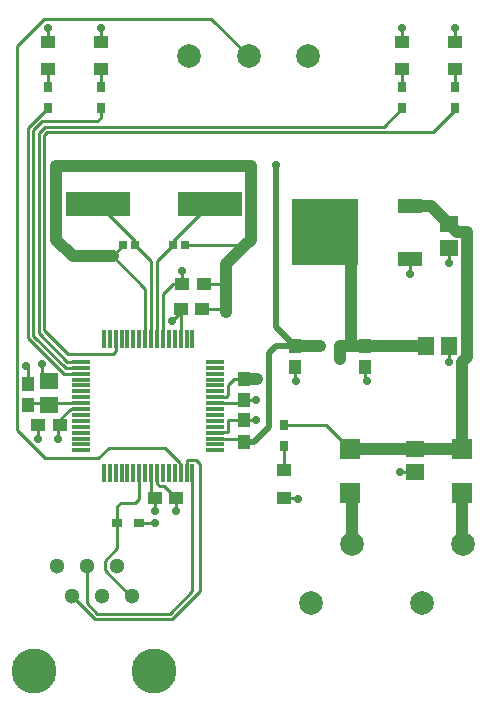
<source format=gtl>
%FSLAX25Y25*%
%MOIN*%
G70*
G01*
G75*
G04 Layer_Physical_Order=1*
G04 Layer_Color=255*
%ADD10R,0.03150X0.03543*%
%ADD11R,0.05118X0.04134*%
%ADD12R,0.07087X0.07165*%
%ADD13R,0.06102X0.05315*%
%ADD14R,0.22047X0.22047*%
%ADD15R,0.07874X0.04724*%
%ADD16R,0.03740X0.02756*%
%ADD17R,0.04331X0.04528*%
%ADD18R,0.05315X0.06102*%
%ADD19R,0.04528X0.04331*%
%ADD20R,0.05906X0.01181*%
%ADD21R,0.01181X0.05906*%
%ADD22R,0.03543X0.03150*%
%ADD23R,0.02835X0.02835*%
%ADD24R,0.21654X0.07874*%
%ADD25C,0.01000*%
%ADD26C,0.03937*%
%ADD27C,0.01969*%
%ADD28C,0.07874*%
%ADD29C,0.05118*%
%ADD30C,0.14961*%
%ADD31C,0.02756*%
D10*
X13780Y204331D02*
D03*
Y197244D02*
D03*
X31496Y204331D02*
D03*
Y197244D02*
D03*
X131890Y204331D02*
D03*
Y197244D02*
D03*
X149606Y204331D02*
D03*
Y197244D02*
D03*
X92520Y84646D02*
D03*
Y91732D02*
D03*
D11*
X13780Y219488D02*
D03*
Y210236D02*
D03*
X31496Y219488D02*
D03*
Y210236D02*
D03*
X131890Y219488D02*
D03*
Y210236D02*
D03*
X149606Y219488D02*
D03*
Y210236D02*
D03*
X92520Y67421D02*
D03*
Y76673D02*
D03*
D12*
X151969Y68996D02*
D03*
Y83760D02*
D03*
X114567Y68996D02*
D03*
Y83760D02*
D03*
D13*
X136221Y75984D02*
D03*
Y83858D02*
D03*
X147638Y150787D02*
D03*
Y158661D02*
D03*
X14173Y106299D02*
D03*
Y98425D02*
D03*
D14*
X106299Y155905D02*
D03*
D15*
X134646Y147047D02*
D03*
Y164764D02*
D03*
D16*
X104626Y118110D02*
D03*
X111122D02*
D03*
D03*
D17*
X96063Y111024D02*
D03*
Y118110D02*
D03*
X119685Y111024D02*
D03*
Y118110D02*
D03*
X79134Y93307D02*
D03*
Y86221D02*
D03*
Y100000D02*
D03*
Y107087D02*
D03*
X7087Y105512D02*
D03*
Y98425D02*
D03*
D18*
X147638Y118110D02*
D03*
X139764D02*
D03*
D19*
X10630Y91732D02*
D03*
X17717D02*
D03*
X65748Y138583D02*
D03*
X58661D02*
D03*
X65354Y130315D02*
D03*
X58268D02*
D03*
X49606Y67323D02*
D03*
X56693D02*
D03*
D20*
X24803Y83268D02*
D03*
Y85236D02*
D03*
Y87205D02*
D03*
Y89173D02*
D03*
Y91142D02*
D03*
Y93110D02*
D03*
Y95079D02*
D03*
Y97047D02*
D03*
Y99016D02*
D03*
Y100984D02*
D03*
Y102953D02*
D03*
Y104921D02*
D03*
Y106890D02*
D03*
Y108858D02*
D03*
Y110827D02*
D03*
Y112795D02*
D03*
X69685D02*
D03*
Y110827D02*
D03*
Y108858D02*
D03*
Y106890D02*
D03*
Y104921D02*
D03*
Y102953D02*
D03*
Y100984D02*
D03*
Y99016D02*
D03*
Y97047D02*
D03*
Y95079D02*
D03*
Y93110D02*
D03*
Y91142D02*
D03*
Y89173D02*
D03*
Y87205D02*
D03*
Y85236D02*
D03*
Y83268D02*
D03*
D21*
X32480Y120472D02*
D03*
X34449D02*
D03*
X36417D02*
D03*
X38386D02*
D03*
X40354D02*
D03*
X42323D02*
D03*
X44291D02*
D03*
X46260D02*
D03*
X48228D02*
D03*
X50197D02*
D03*
X52165D02*
D03*
X54134D02*
D03*
X56102D02*
D03*
X58071D02*
D03*
X60039D02*
D03*
X62008D02*
D03*
X62008Y75591D02*
D03*
X60039D02*
D03*
X58071D02*
D03*
X56102D02*
D03*
X54134D02*
D03*
X52165D02*
D03*
X50197D02*
D03*
X48228D02*
D03*
X46260D02*
D03*
X44291D02*
D03*
X42323D02*
D03*
X40354D02*
D03*
X38386D02*
D03*
X36417D02*
D03*
X34449D02*
D03*
X32480D02*
D03*
D22*
X37008Y59055D02*
D03*
X44094D02*
D03*
D23*
X55512Y151575D02*
D03*
X59449D02*
D03*
X42913D02*
D03*
X38976D02*
D03*
D24*
X67913Y165354D02*
D03*
X30512D02*
D03*
D25*
X13489Y189370D02*
X142126D01*
X12748Y191157D02*
X125803D01*
X20472Y115354D02*
X35433D01*
X12598Y123228D02*
X20472Y115354D01*
X12598Y123228D02*
Y188480D01*
X55165Y26984D02*
X64567Y36386D01*
X54425Y28772D02*
X62008Y36355D01*
X30370Y28772D02*
X54425D01*
X26732Y32410D02*
X30370Y28772D01*
X29630Y26984D02*
X55165D01*
X21732Y34882D02*
X29630Y26984D01*
X64567Y36386D02*
Y78740D01*
X62008Y36355D02*
Y75591D01*
X12598Y188480D02*
X13489Y189370D01*
X10811Y189220D02*
X12748Y191157D01*
X10811Y122260D02*
Y189220D01*
X12008Y192945D02*
X30346D01*
X9024Y189960D02*
X12008Y192945D01*
X9024Y121519D02*
Y189960D01*
X7236Y120779D02*
Y190701D01*
X13780Y197244D01*
X30346Y192945D02*
X31496Y194095D01*
Y197244D01*
X7236Y120779D02*
X19157Y108858D01*
X9024Y121519D02*
X19716Y110827D01*
X10811Y122260D02*
X20276Y112795D01*
X19157Y108858D02*
X24803D01*
X19716Y110827D02*
X24803D01*
X63173Y80134D02*
X64567Y78740D01*
X92520Y76673D02*
Y84646D01*
X41293Y34882D02*
X41732D01*
X32886Y43289D02*
X41293Y34882D01*
X32886Y43289D02*
Y46475D01*
X37008Y50597D01*
Y59055D01*
X60039Y80134D02*
X63173D01*
X60039Y75591D02*
Y80134D01*
Y75591D02*
X60130Y75500D01*
X26732Y32410D02*
Y44882D01*
X36417Y116339D02*
Y120472D01*
X35433Y115354D02*
X36417Y116339D01*
X20276Y112795D02*
X24803D01*
X114567Y52559D02*
X115157Y51968D01*
X37008Y59055D02*
Y64567D01*
X38189Y65748D01*
X42913D01*
X44291Y67126D01*
Y75591D01*
X7087Y99016D02*
X24803D01*
X142126Y189370D02*
X149803Y197047D01*
X125803Y191157D02*
X131890Y197244D01*
X13780Y204331D02*
Y210236D01*
X31496Y204331D02*
Y210236D01*
X131890Y204331D02*
Y210236D01*
X149606Y204331D02*
Y210236D01*
X69685Y99016D02*
X78150D01*
X73998Y93307D02*
X79134D01*
X73925Y93235D02*
X73998Y93307D01*
X73925Y89264D02*
Y93235D01*
X69776Y89264D02*
X73925D01*
X131102Y75984D02*
X136221D01*
X147638Y112598D02*
Y118110D01*
X119685Y106693D02*
Y111024D01*
X96063Y106693D02*
Y111024D01*
X13780Y219488D02*
Y224016D01*
X31496Y219488D02*
Y224016D01*
X131890Y219488D02*
Y224016D01*
X149606Y219488D02*
Y224016D01*
X134646Y142126D02*
Y147047D01*
X147638Y145669D02*
Y150787D01*
X42913Y151575D02*
X48228Y146260D01*
Y120472D02*
Y146260D01*
X50197D02*
X55512Y151575D01*
X50197Y120472D02*
Y146260D01*
X42913Y151575D02*
Y152953D01*
X30512Y165354D02*
X42913Y152953D01*
X55512Y151575D02*
Y152953D01*
X67913Y165354D01*
X92520Y67421D02*
X96752D01*
X69685Y87205D02*
X78150D01*
X92520Y91732D02*
X106595D01*
X114469Y83858D01*
X114567Y83760D01*
X79134Y100000D02*
X83071D01*
X79134Y93307D02*
X83071D01*
X68110Y227165D02*
X80709Y214567D01*
X12598Y227165D02*
X68110D01*
X3543Y218110D02*
X12598Y227165D01*
X3543Y90158D02*
Y218110D01*
Y90158D02*
X13000Y80701D01*
X30602D01*
X34063Y84161D01*
X52895D01*
X57980Y79077D01*
Y75591D02*
Y79077D01*
X65748Y138583D02*
X73228D01*
X65354Y130315D02*
X72441D01*
X59449Y151575D02*
X79527D01*
X35433Y148031D02*
X38976Y151575D01*
X55512Y138583D02*
X58661D01*
X52165Y135236D02*
X55512Y138583D01*
X52165Y120472D02*
Y135236D01*
X58161Y130209D02*
X58268Y130315D01*
X46260Y120472D02*
Y137205D01*
X35433Y148031D02*
X46260Y137205D01*
X48228Y68701D02*
Y75591D01*
Y68701D02*
X49606Y67323D01*
Y62992D02*
Y67323D01*
X7087Y105512D02*
Y111024D01*
X11811Y108661D02*
Y112205D01*
X10630Y87008D02*
Y91732D01*
X17323Y92962D02*
X21408Y97047D01*
X24803D01*
X56693Y62992D02*
Y67323D01*
X52665Y71350D02*
X56693Y67323D01*
X51042Y71350D02*
X52665D01*
X50287Y72105D02*
X51042Y71350D01*
X50287Y72105D02*
Y75500D01*
X50197Y75591D02*
X50287Y75500D01*
X44094Y59055D02*
X49606D01*
X58661Y138583D02*
Y142913D01*
X55118Y126378D02*
X58161Y129421D01*
Y120563D02*
Y129421D01*
Y130209D01*
X17323Y87008D02*
Y92962D01*
X69685Y100984D02*
X69776Y101075D01*
X73171D01*
X73925Y101829D01*
Y105224D01*
X75787Y107087D01*
X79134D01*
D26*
X151870Y83858D02*
Y112736D01*
X153445Y114311D01*
Y156201D01*
X150098D02*
X153445D01*
X114469Y83858D02*
X151870D01*
X141535Y164764D02*
X147638Y158661D01*
X150098Y156201D01*
X134646Y164764D02*
X141535D01*
X151969Y52165D02*
X152165Y51968D01*
X151969Y52165D02*
Y68996D01*
X115157Y51968D02*
Y68405D01*
X114567Y68996D02*
X115157Y68405D01*
X119685Y118110D02*
X139764D01*
X96063D02*
X104626D01*
X115010D02*
Y147195D01*
X106299Y155905D02*
X115010Y147195D01*
X111122Y118110D02*
X115010D01*
X118898D01*
X16535Y153543D02*
X22047Y148031D01*
X16535Y153543D02*
Y177953D01*
X81496D01*
X73228Y129528D02*
Y135039D01*
Y138583D01*
Y145276D01*
X81496Y153543D02*
Y159843D01*
Y169291D01*
Y177953D01*
X73228Y145276D02*
X79527Y151575D01*
X81496Y153543D01*
X22047Y148031D02*
X35433D01*
X79134Y107087D02*
X83465D01*
X111122Y113878D02*
Y118110D01*
D27*
X79134Y86221D02*
X82677D01*
X89764Y124409D02*
Y178347D01*
Y124409D02*
X96063Y118110D01*
X89764D02*
X96063D01*
X82677Y86221D02*
X87402Y90945D01*
Y115748D01*
X89764Y118110D01*
D28*
X138386Y32283D02*
D03*
X152165Y51968D02*
D03*
X101378Y32283D02*
D03*
X115157Y51968D02*
D03*
X61024Y214567D02*
D03*
X100394D02*
D03*
X80709D02*
D03*
D29*
X26732Y44882D02*
D03*
X36732D02*
D03*
X16732D02*
D03*
X21732Y34882D02*
D03*
X31732D02*
D03*
X41732D02*
D03*
D30*
X49213Y9843D02*
D03*
X9213D02*
D03*
D31*
X13780Y224016D02*
D03*
X31496D02*
D03*
X131890D02*
D03*
X149606D02*
D03*
X134646Y142126D02*
D03*
X147638Y145669D02*
D03*
Y112598D02*
D03*
X120079Y106299D02*
D03*
X96457D02*
D03*
X131102Y75984D02*
D03*
X97244Y66929D02*
D03*
X89764Y178347D02*
D03*
X83071Y100000D02*
D03*
Y93307D02*
D03*
X22047Y148031D02*
D03*
X16535Y153543D02*
D03*
Y161417D02*
D03*
Y170079D02*
D03*
Y177953D02*
D03*
X25197D02*
D03*
X34252D02*
D03*
X42913D02*
D03*
X55118D02*
D03*
X66535D02*
D03*
X77559D02*
D03*
X81496Y169291D02*
D03*
Y159843D02*
D03*
Y153543D02*
D03*
X73228Y145276D02*
D03*
Y135039D02*
D03*
X49606Y62992D02*
D03*
X6693Y111417D02*
D03*
X11811Y112205D02*
D03*
X10630Y87008D02*
D03*
X17323D02*
D03*
X56693Y62992D02*
D03*
X49606Y59055D02*
D03*
X58661Y142913D02*
D03*
X55118Y126378D02*
D03*
X111024Y113779D02*
D03*
X83465Y107087D02*
D03*
M02*

</source>
